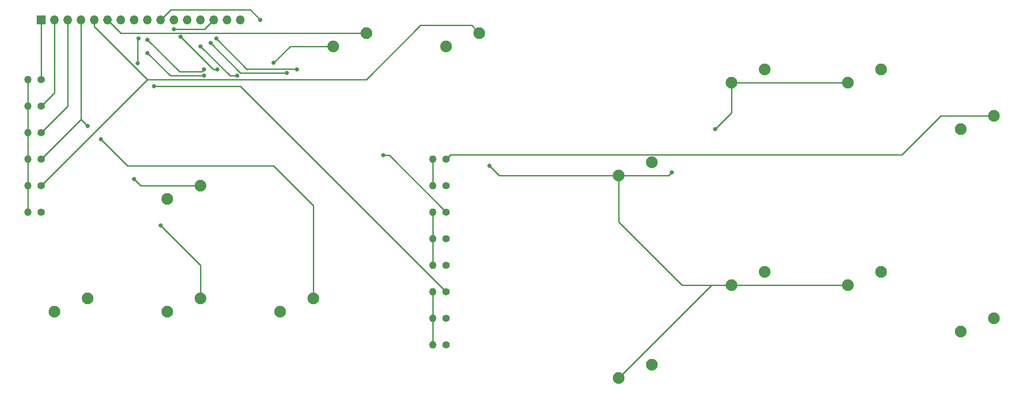
<source format=gbr>
%TF.GenerationSoftware,KiCad,Pcbnew,(5.1.10)-1*%
%TF.CreationDate,2021-09-21T20:51:06-05:00*%
%TF.ProjectId,FightKey_DirectionModule,46696768-744b-4657-995f-446972656374,rev?*%
%TF.SameCoordinates,Original*%
%TF.FileFunction,Copper,L1,Top*%
%TF.FilePolarity,Positive*%
%FSLAX46Y46*%
G04 Gerber Fmt 4.6, Leading zero omitted, Abs format (unit mm)*
G04 Created by KiCad (PCBNEW (5.1.10)-1) date 2021-09-21 20:51:06*
%MOMM*%
%LPD*%
G01*
G04 APERTURE LIST*
%TA.AperFunction,ComponentPad*%
%ADD10O,1.700000X1.700000*%
%TD*%
%TA.AperFunction,ComponentPad*%
%ADD11R,1.700000X1.700000*%
%TD*%
%TA.AperFunction,ComponentPad*%
%ADD12C,2.248000*%
%TD*%
%TA.AperFunction,ComponentPad*%
%ADD13O,1.400000X1.400000*%
%TD*%
%TA.AperFunction,ComponentPad*%
%ADD14C,1.400000*%
%TD*%
%TA.AperFunction,ViaPad*%
%ADD15C,0.800000*%
%TD*%
%TA.AperFunction,Conductor*%
%ADD16C,0.250000*%
%TD*%
G04 APERTURE END LIST*
D10*
%TO.P,J1,16*%
%TO.N,/GND*%
X66040000Y-29210000D03*
%TO.P,J1,15*%
%TO.N,/VCC*%
X63500000Y-29210000D03*
%TO.P,J1,14*%
%TO.N,/NENTER*%
X60960000Y-29210000D03*
%TO.P,J1,13*%
%TO.N,/N6*%
X58420000Y-29210000D03*
%TO.P,J1,12*%
%TO.N,/N5*%
X55880000Y-29210000D03*
%TO.P,J1,11*%
%TO.N,/N4*%
X53340000Y-29210000D03*
%TO.P,J1,10*%
%TO.N,/NPLUS*%
X50800000Y-29210000D03*
%TO.P,J1,9*%
%TO.N,/N3*%
X48260000Y-29210000D03*
%TO.P,J1,8*%
%TO.N,/N2*%
X45720000Y-29210000D03*
%TO.P,J1,7*%
%TO.N,/N1*%
X43180000Y-29210000D03*
%TO.P,J1,6*%
%TO.N,/SHIFT*%
X40640000Y-29210000D03*
%TO.P,J1,5*%
%TO.N,/ENTER*%
X38100000Y-29210000D03*
%TO.P,J1,4*%
%TO.N,/RIGHT*%
X35560000Y-29210000D03*
%TO.P,J1,3*%
%TO.N,/LEFT*%
X33020000Y-29210000D03*
%TO.P,J1,2*%
%TO.N,/DOWN*%
X30480000Y-29210000D03*
D11*
%TO.P,J1,1*%
%TO.N,/UP*%
X27940000Y-29210000D03*
%TD*%
D12*
%TO.P,S456,2*%
%TO.N,/NENTER*%
X210185000Y-86360000D03*
%TO.P,S456,1*%
%TO.N,/VCC*%
X203835000Y-88900000D03*
%TD*%
%TO.P,S123,2*%
%TO.N,/NPLUS*%
X210185000Y-47625000D03*
%TO.P,S123,1*%
%TO.N,/VCC*%
X203835000Y-50165000D03*
%TD*%
%TO.P,S6,2*%
%TO.N,/N6*%
X188595000Y-38735000D03*
%TO.P,S6,1*%
%TO.N,/VCC*%
X182245000Y-41275000D03*
%TD*%
%TO.P,S5,2*%
%TO.N,/N5*%
X166370000Y-38735000D03*
%TO.P,S5,1*%
%TO.N,/VCC*%
X160020000Y-41275000D03*
%TD*%
%TO.P,S4,2*%
%TO.N,/N4*%
X144780000Y-56515000D03*
%TO.P,S4,1*%
%TO.N,/VCC*%
X138430000Y-59055000D03*
%TD*%
%TO.P,S3,2*%
%TO.N,/N3*%
X188595000Y-77470000D03*
%TO.P,S3,1*%
%TO.N,/VCC*%
X182245000Y-80010000D03*
%TD*%
%TO.P,S2,2*%
%TO.N,/N2*%
X166370000Y-77470000D03*
%TO.P,S2,1*%
%TO.N,/VCC*%
X160020000Y-80010000D03*
%TD*%
%TO.P,S1,2*%
%TO.N,/N1*%
X144780000Y-95250000D03*
%TO.P,S1,1*%
%TO.N,/VCC*%
X138430000Y-97790000D03*
%TD*%
D13*
%TO.P,R14,2*%
%TO.N,/GND*%
X102870000Y-76200000D03*
D14*
%TO.P,R14,1*%
%TO.N,/NENTER*%
X105410000Y-76200000D03*
%TD*%
D13*
%TO.P,R13,2*%
%TO.N,/GND*%
X102870000Y-66040000D03*
D14*
%TO.P,R13,1*%
%TO.N,/N6*%
X105410000Y-66040000D03*
%TD*%
D13*
%TO.P,R12,2*%
%TO.N,/GND*%
X102870000Y-60960000D03*
D14*
%TO.P,R12,1*%
%TO.N,/N5*%
X105410000Y-60960000D03*
%TD*%
D13*
%TO.P,R11,2*%
%TO.N,/GND*%
X102870000Y-71120000D03*
D14*
%TO.P,R11,1*%
%TO.N,/N4*%
X105410000Y-71120000D03*
%TD*%
D13*
%TO.P,R10,2*%
%TO.N,/GND*%
X102870000Y-55880000D03*
D14*
%TO.P,R10,1*%
%TO.N,/NPLUS*%
X105410000Y-55880000D03*
%TD*%
D13*
%TO.P,R9,2*%
%TO.N,/GND*%
X102870000Y-86360000D03*
D14*
%TO.P,R9,1*%
%TO.N,/N3*%
X105410000Y-86360000D03*
%TD*%
D13*
%TO.P,R8,2*%
%TO.N,/GND*%
X102870000Y-81280000D03*
D14*
%TO.P,R8,1*%
%TO.N,/N2*%
X105410000Y-81280000D03*
%TD*%
D13*
%TO.P,R7,2*%
%TO.N,/GND*%
X102870000Y-91440000D03*
D14*
%TO.P,R7,1*%
%TO.N,/N1*%
X105410000Y-91440000D03*
%TD*%
D12*
%TO.P,SU1,2*%
%TO.N,/UP*%
X58420000Y-60960000D03*
%TO.P,SU1,1*%
%TO.N,/VCC*%
X52070000Y-63500000D03*
%TD*%
%TO.P,SS1,2*%
%TO.N,/SHIFT*%
X90170000Y-31750000D03*
%TO.P,SS1,1*%
%TO.N,/VCC*%
X83820000Y-34290000D03*
%TD*%
%TO.P,SR1,2*%
%TO.N,/RIGHT*%
X80010000Y-82550000D03*
%TO.P,SR1,1*%
%TO.N,/VCC*%
X73660000Y-85090000D03*
%TD*%
%TO.P,SL1,2*%
%TO.N,/LEFT*%
X36830000Y-82550000D03*
%TO.P,SL1,1*%
%TO.N,/VCC*%
X30480000Y-85090000D03*
%TD*%
%TO.P,SE1,2*%
%TO.N,/ENTER*%
X111760000Y-31750000D03*
%TO.P,SE1,1*%
%TO.N,/VCC*%
X105410000Y-34290000D03*
%TD*%
%TO.P,SD1,2*%
%TO.N,/DOWN*%
X58420000Y-82550000D03*
%TO.P,SD1,1*%
%TO.N,/VCC*%
X52070000Y-85090000D03*
%TD*%
D13*
%TO.P,R6,2*%
%TO.N,/GND*%
X25400000Y-66040000D03*
D14*
%TO.P,R6,1*%
%TO.N,/SHIFT*%
X27940000Y-66040000D03*
%TD*%
D13*
%TO.P,R5,2*%
%TO.N,/GND*%
X25400000Y-60960000D03*
D14*
%TO.P,R5,1*%
%TO.N,/ENTER*%
X27940000Y-60960000D03*
%TD*%
D13*
%TO.P,R4,2*%
%TO.N,/GND*%
X25400000Y-55880000D03*
D14*
%TO.P,R4,1*%
%TO.N,/RIGHT*%
X27940000Y-55880000D03*
%TD*%
D13*
%TO.P,R3,2*%
%TO.N,/GND*%
X25400000Y-50800000D03*
D14*
%TO.P,R3,1*%
%TO.N,/LEFT*%
X27940000Y-50800000D03*
%TD*%
D13*
%TO.P,R2,2*%
%TO.N,/GND*%
X25400000Y-45720000D03*
D14*
%TO.P,R2,1*%
%TO.N,/DOWN*%
X27940000Y-45720000D03*
%TD*%
D13*
%TO.P,R1,2*%
%TO.N,/GND*%
X25400000Y-40640000D03*
D14*
%TO.P,R1,1*%
%TO.N,/UP*%
X27940000Y-40640000D03*
%TD*%
D15*
%TO.N,/VCC*%
X148590000Y-58420000D03*
X156845000Y-50165000D03*
X113665000Y-57150000D03*
X72390000Y-37465000D03*
%TO.N,/RIGHT*%
X36830000Y-49530000D03*
X39370000Y-52070000D03*
%TO.N,/DOWN*%
X50800000Y-68580000D03*
%TO.N,/UP*%
X45720000Y-59690000D03*
%TO.N,/N2*%
X49530000Y-41910000D03*
X46355000Y-37555000D03*
X46550153Y-32824847D03*
%TO.N,/N1*%
X48260000Y-35560000D03*
X59055000Y-39915000D03*
%TO.N,/N3*%
X59055000Y-38735000D03*
X48260000Y-33020000D03*
%TO.N,/NPLUS*%
X69850000Y-29210000D03*
%TO.N,/N4*%
X58420000Y-34290000D03*
X65405000Y-39915000D03*
%TO.N,/N5*%
X60325000Y-33655000D03*
X74930000Y-39370000D03*
%TO.N,/N6*%
X61399847Y-32824847D03*
X76835000Y-38735000D03*
X93345000Y-55155000D03*
%TO.N,/NENTER*%
X61595000Y-38735000D03*
X54610000Y-32475000D03*
X53340000Y-31025000D03*
%TD*%
D16*
%TO.N,/GND*%
X25400000Y-40640000D02*
X25400000Y-45720000D01*
X25400000Y-50800000D02*
X25400000Y-45720000D01*
X25400000Y-50800000D02*
X25400000Y-55880000D01*
X25400000Y-55880000D02*
X25400000Y-60960000D01*
X25400000Y-60960000D02*
X25400000Y-66040000D01*
X102870000Y-76200000D02*
X102870000Y-71120000D01*
X102870000Y-71120000D02*
X102870000Y-66040000D01*
X102870000Y-60960000D02*
X102870000Y-55880000D01*
X102870000Y-81280000D02*
X102870000Y-86360000D01*
X102870000Y-86360000D02*
X102870000Y-91440000D01*
%TO.N,/VCC*%
X182245000Y-80010000D02*
X160020000Y-80010000D01*
X156210000Y-80010000D02*
X138430000Y-97790000D01*
X160020000Y-80010000D02*
X156210000Y-80010000D01*
X156210000Y-80010000D02*
X150495000Y-80010000D01*
X138430000Y-67945000D02*
X138430000Y-59055000D01*
X150495000Y-80010000D02*
X138430000Y-67945000D01*
X147955000Y-59055000D02*
X148590000Y-58420000D01*
X138430000Y-59055000D02*
X147955000Y-59055000D01*
X160020000Y-46990000D02*
X160020000Y-41275000D01*
X156845000Y-50165000D02*
X160020000Y-46990000D01*
X160020000Y-41275000D02*
X182245000Y-41275000D01*
X115570000Y-59055000D02*
X113665000Y-57150000D01*
X138430000Y-59055000D02*
X115570000Y-59055000D01*
X75565000Y-34290000D02*
X83820000Y-34290000D01*
X72390000Y-37465000D02*
X75565000Y-34290000D01*
%TO.N,/SHIFT*%
X43180000Y-31750000D02*
X40640000Y-29210000D01*
X52070000Y-31750000D02*
X43180000Y-31750000D01*
X90170000Y-31750000D02*
X52070000Y-31750000D01*
X52070000Y-31750000D02*
X50800000Y-31750000D01*
%TO.N,/ENTER*%
X38100000Y-30480000D02*
X38100000Y-29210000D01*
X48260000Y-40640000D02*
X38100000Y-30480000D01*
X27940000Y-60960000D02*
X48260000Y-40640000D01*
X110310999Y-30300999D02*
X111760000Y-31750000D01*
X90170000Y-40640000D02*
X100509001Y-30300999D01*
X100509001Y-30300999D02*
X110310999Y-30300999D01*
X48260000Y-40640000D02*
X90170000Y-40640000D01*
%TO.N,/RIGHT*%
X35560000Y-48260000D02*
X35560000Y-29210000D01*
X27940000Y-55880000D02*
X35560000Y-48260000D01*
X35560000Y-48260000D02*
X36830000Y-49530000D01*
X80010000Y-64770000D02*
X80010000Y-82550000D01*
X72390000Y-57150000D02*
X80010000Y-64770000D01*
X44450000Y-57150000D02*
X72390000Y-57150000D01*
X39370000Y-52070000D02*
X44450000Y-57150000D01*
%TO.N,/LEFT*%
X33020000Y-45720000D02*
X33020000Y-29210000D01*
X27940000Y-50800000D02*
X33020000Y-45720000D01*
%TO.N,/DOWN*%
X30480000Y-43180000D02*
X30480000Y-29210000D01*
X27940000Y-45720000D02*
X30480000Y-43180000D01*
X58420000Y-76200000D02*
X58420000Y-82550000D01*
X50800000Y-68580000D02*
X58420000Y-76200000D01*
%TO.N,/UP*%
X27940000Y-40640000D02*
X27940000Y-29210000D01*
X46990000Y-60960000D02*
X58420000Y-60960000D01*
X45720000Y-59690000D02*
X46990000Y-60960000D01*
%TO.N,/N2*%
X66040000Y-41910000D02*
X49530000Y-41910000D01*
X105410000Y-81280000D02*
X66040000Y-41910000D01*
X46355000Y-33020000D02*
X46550153Y-32824847D01*
X46355000Y-37555000D02*
X46355000Y-33020000D01*
%TO.N,/N1*%
X52615000Y-39915000D02*
X59055000Y-39915000D01*
X48260000Y-35560000D02*
X52615000Y-39915000D01*
%TO.N,/N3*%
X54374999Y-39134999D02*
X48260000Y-33020000D01*
X58655001Y-39134999D02*
X54374999Y-39134999D01*
X59055000Y-38735000D02*
X58655001Y-39134999D01*
%TO.N,/NPLUS*%
X106224001Y-55065999D02*
X192584001Y-55065999D01*
X105410000Y-55880000D02*
X106224001Y-55065999D01*
X200025000Y-47625000D02*
X210185000Y-47625000D01*
X192584001Y-55065999D02*
X200025000Y-47625000D01*
X69850000Y-29210000D02*
X67945000Y-27305000D01*
X52705000Y-27305000D02*
X50800000Y-29210000D01*
X67945000Y-27305000D02*
X52705000Y-27305000D01*
%TO.N,/N4*%
X64045000Y-39915000D02*
X65405000Y-39915000D01*
X58420000Y-34290000D02*
X64045000Y-39915000D01*
%TO.N,/N5*%
X66040000Y-39370000D02*
X74930000Y-39370000D01*
X60325000Y-33655000D02*
X66040000Y-39370000D01*
%TO.N,/N6*%
X61399847Y-32824847D02*
X67310000Y-38735000D01*
X76744999Y-38644999D02*
X76835000Y-38735000D01*
X67400001Y-38644999D02*
X76744999Y-38644999D01*
X67310000Y-38735000D02*
X67400001Y-38644999D01*
X94525000Y-55155000D02*
X105410000Y-66040000D01*
X93345000Y-55155000D02*
X94525000Y-55155000D01*
%TO.N,/NENTER*%
X60870000Y-38735000D02*
X54610000Y-32475000D01*
X61595000Y-38735000D02*
X60870000Y-38735000D01*
X59145000Y-31025000D02*
X60960000Y-29210000D01*
X53340000Y-31025000D02*
X59145000Y-31025000D01*
%TD*%
M02*

</source>
